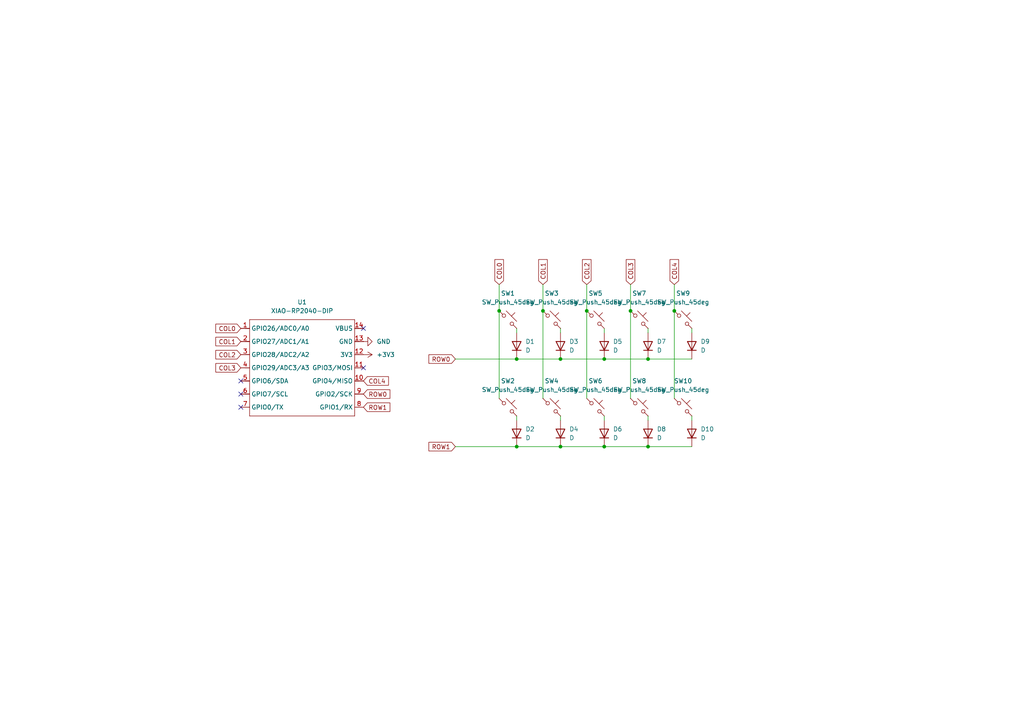
<source format=kicad_sch>
(kicad_sch
	(version 20231120)
	(generator "eeschema")
	(generator_version "8.0")
	(uuid "e4439b1f-dd06-4ea4-af31-0056df077be8")
	(paper "A4")
	(lib_symbols
		(symbol "Device:D"
			(pin_numbers hide)
			(pin_names
				(offset 1.016) hide)
			(exclude_from_sim no)
			(in_bom yes)
			(on_board yes)
			(property "Reference" "D"
				(at 0 2.54 0)
				(effects
					(font
						(size 1.27 1.27)
					)
				)
			)
			(property "Value" "D"
				(at 0 -2.54 0)
				(effects
					(font
						(size 1.27 1.27)
					)
				)
			)
			(property "Footprint" ""
				(at 0 0 0)
				(effects
					(font
						(size 1.27 1.27)
					)
					(hide yes)
				)
			)
			(property "Datasheet" "~"
				(at 0 0 0)
				(effects
					(font
						(size 1.27 1.27)
					)
					(hide yes)
				)
			)
			(property "Description" "Diode"
				(at 0 0 0)
				(effects
					(font
						(size 1.27 1.27)
					)
					(hide yes)
				)
			)
			(property "Sim.Device" "D"
				(at 0 0 0)
				(effects
					(font
						(size 1.27 1.27)
					)
					(hide yes)
				)
			)
			(property "Sim.Pins" "1=K 2=A"
				(at 0 0 0)
				(effects
					(font
						(size 1.27 1.27)
					)
					(hide yes)
				)
			)
			(property "ki_keywords" "diode"
				(at 0 0 0)
				(effects
					(font
						(size 1.27 1.27)
					)
					(hide yes)
				)
			)
			(property "ki_fp_filters" "TO-???* *_Diode_* *SingleDiode* D_*"
				(at 0 0 0)
				(effects
					(font
						(size 1.27 1.27)
					)
					(hide yes)
				)
			)
			(symbol "D_0_1"
				(polyline
					(pts
						(xy -1.27 1.27) (xy -1.27 -1.27)
					)
					(stroke
						(width 0.254)
						(type default)
					)
					(fill
						(type none)
					)
				)
				(polyline
					(pts
						(xy 1.27 0) (xy -1.27 0)
					)
					(stroke
						(width 0)
						(type default)
					)
					(fill
						(type none)
					)
				)
				(polyline
					(pts
						(xy 1.27 1.27) (xy 1.27 -1.27) (xy -1.27 0) (xy 1.27 1.27)
					)
					(stroke
						(width 0.254)
						(type default)
					)
					(fill
						(type none)
					)
				)
			)
			(symbol "D_1_1"
				(pin passive line
					(at -3.81 0 0)
					(length 2.54)
					(name "K"
						(effects
							(font
								(size 1.27 1.27)
							)
						)
					)
					(number "1"
						(effects
							(font
								(size 1.27 1.27)
							)
						)
					)
				)
				(pin passive line
					(at 3.81 0 180)
					(length 2.54)
					(name "A"
						(effects
							(font
								(size 1.27 1.27)
							)
						)
					)
					(number "2"
						(effects
							(font
								(size 1.27 1.27)
							)
						)
					)
				)
			)
		)
		(symbol "OPL:XIAO-RP2040-DIP"
			(exclude_from_sim no)
			(in_bom yes)
			(on_board yes)
			(property "Reference" "U"
				(at 0 0 0)
				(effects
					(font
						(size 1.27 1.27)
					)
				)
			)
			(property "Value" "XIAO-RP2040-DIP"
				(at 5.334 -1.778 0)
				(effects
					(font
						(size 1.27 1.27)
					)
				)
			)
			(property "Footprint" "Module:MOUDLE14P-XIAO-DIP-SMD"
				(at 14.478 -32.258 0)
				(effects
					(font
						(size 1.27 1.27)
					)
					(hide yes)
				)
			)
			(property "Datasheet" ""
				(at 0 0 0)
				(effects
					(font
						(size 1.27 1.27)
					)
					(hide yes)
				)
			)
			(property "Description" ""
				(at 0 0 0)
				(effects
					(font
						(size 1.27 1.27)
					)
					(hide yes)
				)
			)
			(symbol "XIAO-RP2040-DIP_1_0"
				(polyline
					(pts
						(xy -1.27 -30.48) (xy -1.27 -16.51)
					)
					(stroke
						(width 0.1524)
						(type solid)
					)
					(fill
						(type none)
					)
				)
				(polyline
					(pts
						(xy -1.27 -27.94) (xy -2.54 -27.94)
					)
					(stroke
						(width 0.1524)
						(type solid)
					)
					(fill
						(type none)
					)
				)
				(polyline
					(pts
						(xy -1.27 -24.13) (xy -2.54 -24.13)
					)
					(stroke
						(width 0.1524)
						(type solid)
					)
					(fill
						(type none)
					)
				)
				(polyline
					(pts
						(xy -1.27 -20.32) (xy -2.54 -20.32)
					)
					(stroke
						(width 0.1524)
						(type solid)
					)
					(fill
						(type none)
					)
				)
				(polyline
					(pts
						(xy -1.27 -16.51) (xy -2.54 -16.51)
					)
					(stroke
						(width 0.1524)
						(type solid)
					)
					(fill
						(type none)
					)
				)
				(polyline
					(pts
						(xy -1.27 -16.51) (xy -1.27 -12.7)
					)
					(stroke
						(width 0.1524)
						(type solid)
					)
					(fill
						(type none)
					)
				)
				(polyline
					(pts
						(xy -1.27 -12.7) (xy -2.54 -12.7)
					)
					(stroke
						(width 0.1524)
						(type solid)
					)
					(fill
						(type none)
					)
				)
				(polyline
					(pts
						(xy -1.27 -12.7) (xy -1.27 -8.89)
					)
					(stroke
						(width 0.1524)
						(type solid)
					)
					(fill
						(type none)
					)
				)
				(polyline
					(pts
						(xy -1.27 -8.89) (xy -2.54 -8.89)
					)
					(stroke
						(width 0.1524)
						(type solid)
					)
					(fill
						(type none)
					)
				)
				(polyline
					(pts
						(xy -1.27 -8.89) (xy -1.27 -5.08)
					)
					(stroke
						(width 0.1524)
						(type solid)
					)
					(fill
						(type none)
					)
				)
				(polyline
					(pts
						(xy -1.27 -5.08) (xy -2.54 -5.08)
					)
					(stroke
						(width 0.1524)
						(type solid)
					)
					(fill
						(type none)
					)
				)
				(polyline
					(pts
						(xy -1.27 -5.08) (xy -1.27 -2.54)
					)
					(stroke
						(width 0.1524)
						(type solid)
					)
					(fill
						(type none)
					)
				)
				(polyline
					(pts
						(xy -1.27 -2.54) (xy 29.21 -2.54)
					)
					(stroke
						(width 0.1524)
						(type solid)
					)
					(fill
						(type none)
					)
				)
				(polyline
					(pts
						(xy 29.21 -30.48) (xy -1.27 -30.48)
					)
					(stroke
						(width 0.1524)
						(type solid)
					)
					(fill
						(type none)
					)
				)
				(polyline
					(pts
						(xy 29.21 -12.7) (xy 29.21 -30.48)
					)
					(stroke
						(width 0.1524)
						(type solid)
					)
					(fill
						(type none)
					)
				)
				(polyline
					(pts
						(xy 29.21 -8.89) (xy 29.21 -12.7)
					)
					(stroke
						(width 0.1524)
						(type solid)
					)
					(fill
						(type none)
					)
				)
				(polyline
					(pts
						(xy 29.21 -5.08) (xy 29.21 -8.89)
					)
					(stroke
						(width 0.1524)
						(type solid)
					)
					(fill
						(type none)
					)
				)
				(polyline
					(pts
						(xy 29.21 -2.54) (xy 29.21 -5.08)
					)
					(stroke
						(width 0.1524)
						(type solid)
					)
					(fill
						(type none)
					)
				)
				(polyline
					(pts
						(xy 30.48 -27.94) (xy 29.21 -27.94)
					)
					(stroke
						(width 0.1524)
						(type solid)
					)
					(fill
						(type none)
					)
				)
				(polyline
					(pts
						(xy 30.48 -24.13) (xy 29.21 -24.13)
					)
					(stroke
						(width 0.1524)
						(type solid)
					)
					(fill
						(type none)
					)
				)
				(polyline
					(pts
						(xy 30.48 -20.32) (xy 29.21 -20.32)
					)
					(stroke
						(width 0.1524)
						(type solid)
					)
					(fill
						(type none)
					)
				)
				(polyline
					(pts
						(xy 30.48 -16.51) (xy 29.21 -16.51)
					)
					(stroke
						(width 0.1524)
						(type solid)
					)
					(fill
						(type none)
					)
				)
				(polyline
					(pts
						(xy 30.48 -12.7) (xy 29.21 -12.7)
					)
					(stroke
						(width 0.1524)
						(type solid)
					)
					(fill
						(type none)
					)
				)
				(polyline
					(pts
						(xy 30.48 -8.89) (xy 29.21 -8.89)
					)
					(stroke
						(width 0.1524)
						(type solid)
					)
					(fill
						(type none)
					)
				)
				(polyline
					(pts
						(xy 30.48 -5.08) (xy 29.21 -5.08)
					)
					(stroke
						(width 0.1524)
						(type solid)
					)
					(fill
						(type none)
					)
				)
				(pin passive line
					(at -3.81 -5.08 0)
					(length 2.54)
					(name "GPIO26/ADC0/A0"
						(effects
							(font
								(size 1.27 1.27)
							)
						)
					)
					(number "1"
						(effects
							(font
								(size 1.27 1.27)
							)
						)
					)
				)
				(pin passive line
					(at 31.75 -20.32 180)
					(length 2.54)
					(name "GPIO4/MISO"
						(effects
							(font
								(size 1.27 1.27)
							)
						)
					)
					(number "10"
						(effects
							(font
								(size 1.27 1.27)
							)
						)
					)
				)
				(pin passive line
					(at 31.75 -16.51 180)
					(length 2.54)
					(name "GPIO3/MOSI"
						(effects
							(font
								(size 1.27 1.27)
							)
						)
					)
					(number "11"
						(effects
							(font
								(size 1.27 1.27)
							)
						)
					)
				)
				(pin passive line
					(at 31.75 -12.7 180)
					(length 2.54)
					(name "3V3"
						(effects
							(font
								(size 1.27 1.27)
							)
						)
					)
					(number "12"
						(effects
							(font
								(size 1.27 1.27)
							)
						)
					)
				)
				(pin passive line
					(at 31.75 -8.89 180)
					(length 2.54)
					(name "GND"
						(effects
							(font
								(size 1.27 1.27)
							)
						)
					)
					(number "13"
						(effects
							(font
								(size 1.27 1.27)
							)
						)
					)
				)
				(pin passive line
					(at 31.75 -5.08 180)
					(length 2.54)
					(name "VBUS"
						(effects
							(font
								(size 1.27 1.27)
							)
						)
					)
					(number "14"
						(effects
							(font
								(size 1.27 1.27)
							)
						)
					)
				)
				(pin passive line
					(at -3.81 -8.89 0)
					(length 2.54)
					(name "GPIO27/ADC1/A1"
						(effects
							(font
								(size 1.27 1.27)
							)
						)
					)
					(number "2"
						(effects
							(font
								(size 1.27 1.27)
							)
						)
					)
				)
				(pin passive line
					(at -3.81 -12.7 0)
					(length 2.54)
					(name "GPIO28/ADC2/A2"
						(effects
							(font
								(size 1.27 1.27)
							)
						)
					)
					(number "3"
						(effects
							(font
								(size 1.27 1.27)
							)
						)
					)
				)
				(pin passive line
					(at -3.81 -16.51 0)
					(length 2.54)
					(name "GPIO29/ADC3/A3"
						(effects
							(font
								(size 1.27 1.27)
							)
						)
					)
					(number "4"
						(effects
							(font
								(size 1.27 1.27)
							)
						)
					)
				)
				(pin passive line
					(at -3.81 -20.32 0)
					(length 2.54)
					(name "GPIO6/SDA"
						(effects
							(font
								(size 1.27 1.27)
							)
						)
					)
					(number "5"
						(effects
							(font
								(size 1.27 1.27)
							)
						)
					)
				)
				(pin passive line
					(at -3.81 -24.13 0)
					(length 2.54)
					(name "GPIO7/SCL"
						(effects
							(font
								(size 1.27 1.27)
							)
						)
					)
					(number "6"
						(effects
							(font
								(size 1.27 1.27)
							)
						)
					)
				)
				(pin passive line
					(at -3.81 -27.94 0)
					(length 2.54)
					(name "GPIO0/TX"
						(effects
							(font
								(size 1.27 1.27)
							)
						)
					)
					(number "7"
						(effects
							(font
								(size 1.27 1.27)
							)
						)
					)
				)
				(pin passive line
					(at 31.75 -27.94 180)
					(length 2.54)
					(name "GPIO1/RX"
						(effects
							(font
								(size 1.27 1.27)
							)
						)
					)
					(number "8"
						(effects
							(font
								(size 1.27 1.27)
							)
						)
					)
				)
				(pin passive line
					(at 31.75 -24.13 180)
					(length 2.54)
					(name "GPIO2/SCK"
						(effects
							(font
								(size 1.27 1.27)
							)
						)
					)
					(number "9"
						(effects
							(font
								(size 1.27 1.27)
							)
						)
					)
				)
			)
		)
		(symbol "Switch:SW_Push_45deg"
			(pin_numbers hide)
			(pin_names
				(offset 1.016) hide)
			(exclude_from_sim no)
			(in_bom yes)
			(on_board yes)
			(property "Reference" "SW"
				(at 3.048 1.016 0)
				(effects
					(font
						(size 1.27 1.27)
					)
					(justify left)
				)
			)
			(property "Value" "SW_Push_45deg"
				(at 0 -3.81 0)
				(effects
					(font
						(size 1.27 1.27)
					)
				)
			)
			(property "Footprint" ""
				(at 0 0 0)
				(effects
					(font
						(size 1.27 1.27)
					)
					(hide yes)
				)
			)
			(property "Datasheet" "~"
				(at 0 0 0)
				(effects
					(font
						(size 1.27 1.27)
					)
					(hide yes)
				)
			)
			(property "Description" "Push button switch, normally open, two pins, 45° tilted"
				(at 0 0 0)
				(effects
					(font
						(size 1.27 1.27)
					)
					(hide yes)
				)
			)
			(property "ki_keywords" "switch normally-open pushbutton push-button"
				(at 0 0 0)
				(effects
					(font
						(size 1.27 1.27)
					)
					(hide yes)
				)
			)
			(symbol "SW_Push_45deg_0_1"
				(circle
					(center -1.1684 1.1684)
					(radius 0.508)
					(stroke
						(width 0)
						(type default)
					)
					(fill
						(type none)
					)
				)
				(polyline
					(pts
						(xy -0.508 2.54) (xy 2.54 -0.508)
					)
					(stroke
						(width 0)
						(type default)
					)
					(fill
						(type none)
					)
				)
				(polyline
					(pts
						(xy 1.016 1.016) (xy 2.032 2.032)
					)
					(stroke
						(width 0)
						(type default)
					)
					(fill
						(type none)
					)
				)
				(polyline
					(pts
						(xy -2.54 2.54) (xy -1.524 1.524) (xy -1.524 1.524)
					)
					(stroke
						(width 0)
						(type default)
					)
					(fill
						(type none)
					)
				)
				(polyline
					(pts
						(xy 1.524 -1.524) (xy 2.54 -2.54) (xy 2.54 -2.54) (xy 2.54 -2.54)
					)
					(stroke
						(width 0)
						(type default)
					)
					(fill
						(type none)
					)
				)
				(circle
					(center 1.143 -1.1938)
					(radius 0.508)
					(stroke
						(width 0)
						(type default)
					)
					(fill
						(type none)
					)
				)
				(pin passive line
					(at -2.54 2.54 0)
					(length 0)
					(name "1"
						(effects
							(font
								(size 1.27 1.27)
							)
						)
					)
					(number "1"
						(effects
							(font
								(size 1.27 1.27)
							)
						)
					)
				)
				(pin passive line
					(at 2.54 -2.54 180)
					(length 0)
					(name "2"
						(effects
							(font
								(size 1.27 1.27)
							)
						)
					)
					(number "2"
						(effects
							(font
								(size 1.27 1.27)
							)
						)
					)
				)
			)
		)
		(symbol "power:+3V3"
			(power)
			(pin_numbers hide)
			(pin_names
				(offset 0) hide)
			(exclude_from_sim no)
			(in_bom yes)
			(on_board yes)
			(property "Reference" "#PWR"
				(at 0 -3.81 0)
				(effects
					(font
						(size 1.27 1.27)
					)
					(hide yes)
				)
			)
			(property "Value" "+3V3"
				(at 0 3.556 0)
				(effects
					(font
						(size 1.27 1.27)
					)
				)
			)
			(property "Footprint" ""
				(at 0 0 0)
				(effects
					(font
						(size 1.27 1.27)
					)
					(hide yes)
				)
			)
			(property "Datasheet" ""
				(at 0 0 0)
				(effects
					(font
						(size 1.27 1.27)
					)
					(hide yes)
				)
			)
			(property "Description" "Power symbol creates a global label with name \"+3V3\""
				(at 0 0 0)
				(effects
					(font
						(size 1.27 1.27)
					)
					(hide yes)
				)
			)
			(property "ki_keywords" "global power"
				(at 0 0 0)
				(effects
					(font
						(size 1.27 1.27)
					)
					(hide yes)
				)
			)
			(symbol "+3V3_0_1"
				(polyline
					(pts
						(xy -0.762 1.27) (xy 0 2.54)
					)
					(stroke
						(width 0)
						(type default)
					)
					(fill
						(type none)
					)
				)
				(polyline
					(pts
						(xy 0 0) (xy 0 2.54)
					)
					(stroke
						(width 0)
						(type default)
					)
					(fill
						(type none)
					)
				)
				(polyline
					(pts
						(xy 0 2.54) (xy 0.762 1.27)
					)
					(stroke
						(width 0)
						(type default)
					)
					(fill
						(type none)
					)
				)
			)
			(symbol "+3V3_1_1"
				(pin power_in line
					(at 0 0 90)
					(length 0)
					(name "~"
						(effects
							(font
								(size 1.27 1.27)
							)
						)
					)
					(number "1"
						(effects
							(font
								(size 1.27 1.27)
							)
						)
					)
				)
			)
		)
		(symbol "power:GND"
			(power)
			(pin_numbers hide)
			(pin_names
				(offset 0) hide)
			(exclude_from_sim no)
			(in_bom yes)
			(on_board yes)
			(property "Reference" "#PWR"
				(at 0 -6.35 0)
				(effects
					(font
						(size 1.27 1.27)
					)
					(hide yes)
				)
			)
			(property "Value" "GND"
				(at 0 -3.81 0)
				(effects
					(font
						(size 1.27 1.27)
					)
				)
			)
			(property "Footprint" ""
				(at 0 0 0)
				(effects
					(font
						(size 1.27 1.27)
					)
					(hide yes)
				)
			)
			(property "Datasheet" ""
				(at 0 0 0)
				(effects
					(font
						(size 1.27 1.27)
					)
					(hide yes)
				)
			)
			(property "Description" "Power symbol creates a global label with name \"GND\" , ground"
				(at 0 0 0)
				(effects
					(font
						(size 1.27 1.27)
					)
					(hide yes)
				)
			)
			(property "ki_keywords" "global power"
				(at 0 0 0)
				(effects
					(font
						(size 1.27 1.27)
					)
					(hide yes)
				)
			)
			(symbol "GND_0_1"
				(polyline
					(pts
						(xy 0 0) (xy 0 -1.27) (xy 1.27 -1.27) (xy 0 -2.54) (xy -1.27 -1.27) (xy 0 -1.27)
					)
					(stroke
						(width 0)
						(type default)
					)
					(fill
						(type none)
					)
				)
			)
			(symbol "GND_1_1"
				(pin power_in line
					(at 0 0 270)
					(length 0)
					(name "~"
						(effects
							(font
								(size 1.27 1.27)
							)
						)
					)
					(number "1"
						(effects
							(font
								(size 1.27 1.27)
							)
						)
					)
				)
			)
		)
	)
	(junction
		(at 149.86 104.14)
		(diameter 0)
		(color 0 0 0 0)
		(uuid "1ca3006e-8d74-42a5-9845-4e0d75880ab2")
	)
	(junction
		(at 149.86 129.54)
		(diameter 0)
		(color 0 0 0 0)
		(uuid "30e440bb-0ac3-4774-9159-2fc094623c76")
	)
	(junction
		(at 162.56 104.14)
		(diameter 0)
		(color 0 0 0 0)
		(uuid "36140895-24b5-4018-88a3-c9e04de71eb5")
	)
	(junction
		(at 144.78 90.17)
		(diameter 0)
		(color 0 0 0 0)
		(uuid "4a9d8565-d8a1-4764-8be0-eaf803449013")
	)
	(junction
		(at 162.56 129.54)
		(diameter 0)
		(color 0 0 0 0)
		(uuid "52ebae72-1f70-4ca1-abee-fe8329251f98")
	)
	(junction
		(at 182.88 90.17)
		(diameter 0)
		(color 0 0 0 0)
		(uuid "75a2ca31-3a74-49f4-9f6b-88852ce2ebcd")
	)
	(junction
		(at 157.48 90.17)
		(diameter 0)
		(color 0 0 0 0)
		(uuid "7b9a06e4-16ce-46de-988a-8d7f36018725")
	)
	(junction
		(at 175.26 129.54)
		(diameter 0)
		(color 0 0 0 0)
		(uuid "86e22903-4a6c-45c2-87f9-48a8e23a61f4")
	)
	(junction
		(at 195.58 90.17)
		(diameter 0)
		(color 0 0 0 0)
		(uuid "acd172a2-ba9f-490d-87fb-8afbc500c085")
	)
	(junction
		(at 187.96 104.14)
		(diameter 0)
		(color 0 0 0 0)
		(uuid "b23d6c58-2743-45fb-b0d6-c01e0e6f75ad")
	)
	(junction
		(at 170.18 90.17)
		(diameter 0)
		(color 0 0 0 0)
		(uuid "c013c133-7cc5-417c-95b0-0ced0bdad536")
	)
	(junction
		(at 175.26 104.14)
		(diameter 0)
		(color 0 0 0 0)
		(uuid "d9fa2e8b-9a8a-4a0e-bc1b-019646f84104")
	)
	(junction
		(at 187.96 129.54)
		(diameter 0)
		(color 0 0 0 0)
		(uuid "fae04b8b-27fe-4a81-bc1b-3f2c18d00aa3")
	)
	(no_connect
		(at 69.85 114.3)
		(uuid "0d4503fe-e949-4ce8-a837-f2a7f86c24d0")
	)
	(no_connect
		(at 105.41 106.68)
		(uuid "248c2c6f-b5bf-4a30-8516-5f7bdff28d8f")
	)
	(no_connect
		(at 105.41 95.25)
		(uuid "2f382a32-cbaf-4a9a-8468-fd2a8340bce4")
	)
	(no_connect
		(at 69.85 110.49)
		(uuid "43426b2f-d316-4f32-abac-9ebd396a0982")
	)
	(no_connect
		(at 69.85 118.11)
		(uuid "43497a47-4644-4bf1-a362-7ab13a87e7a3")
	)
	(wire
		(pts
			(xy 162.56 104.14) (xy 175.26 104.14)
		)
		(stroke
			(width 0)
			(type default)
		)
		(uuid "181c7651-57ea-4674-8d3f-4ed2d57f1822")
	)
	(wire
		(pts
			(xy 200.66 95.25) (xy 200.66 96.52)
		)
		(stroke
			(width 0)
			(type default)
		)
		(uuid "1e351c39-8fb2-41bd-9e4f-6e4061429bbe")
	)
	(wire
		(pts
			(xy 187.96 104.14) (xy 200.66 104.14)
		)
		(stroke
			(width 0)
			(type default)
		)
		(uuid "1effa0f3-57c1-45c5-97da-7304e5716fa1")
	)
	(wire
		(pts
			(xy 195.58 82.55) (xy 195.58 90.17)
		)
		(stroke
			(width 0)
			(type default)
		)
		(uuid "24757741-c043-4365-80d3-eabb70b8319d")
	)
	(wire
		(pts
			(xy 149.86 95.25) (xy 149.86 96.52)
		)
		(stroke
			(width 0)
			(type default)
		)
		(uuid "2c20face-aab3-4b12-9444-eb3aa0b2867c")
	)
	(wire
		(pts
			(xy 195.58 90.17) (xy 195.58 115.57)
		)
		(stroke
			(width 0)
			(type default)
		)
		(uuid "2e65428f-3d14-44f4-b73b-4aa9380b2739")
	)
	(wire
		(pts
			(xy 144.78 82.55) (xy 144.78 90.17)
		)
		(stroke
			(width 0)
			(type default)
		)
		(uuid "316b1807-073c-4aa6-bcdd-9f8bea13550c")
	)
	(wire
		(pts
			(xy 144.78 90.17) (xy 144.78 115.57)
		)
		(stroke
			(width 0)
			(type default)
		)
		(uuid "394ebedd-03da-4ff0-8d9e-1098205208d8")
	)
	(wire
		(pts
			(xy 187.96 129.54) (xy 200.66 129.54)
		)
		(stroke
			(width 0)
			(type default)
		)
		(uuid "3d35c7c1-c5c5-4200-875a-9d1cf483ea8c")
	)
	(wire
		(pts
			(xy 149.86 104.14) (xy 162.56 104.14)
		)
		(stroke
			(width 0)
			(type default)
		)
		(uuid "4e9a33b9-c99e-4b2a-b420-cb7f58483593")
	)
	(wire
		(pts
			(xy 162.56 129.54) (xy 175.26 129.54)
		)
		(stroke
			(width 0)
			(type default)
		)
		(uuid "50050c5d-d729-4f19-8ffd-985c8ae2c406")
	)
	(wire
		(pts
			(xy 175.26 120.65) (xy 175.26 121.92)
		)
		(stroke
			(width 0)
			(type default)
		)
		(uuid "5de39e6b-2f4c-4d1a-8ab6-f7464f454396")
	)
	(wire
		(pts
			(xy 157.48 82.55) (xy 157.48 90.17)
		)
		(stroke
			(width 0)
			(type default)
		)
		(uuid "604d1561-fb9f-4d57-a3dc-4e36c3ca45d9")
	)
	(wire
		(pts
			(xy 187.96 120.65) (xy 187.96 121.92)
		)
		(stroke
			(width 0)
			(type default)
		)
		(uuid "6b5f743b-1266-4487-ae2c-9edc3036e683")
	)
	(wire
		(pts
			(xy 187.96 95.25) (xy 187.96 96.52)
		)
		(stroke
			(width 0)
			(type default)
		)
		(uuid "6c03c32b-d2b0-47e1-8938-27309e1b8a65")
	)
	(wire
		(pts
			(xy 170.18 90.17) (xy 170.18 115.57)
		)
		(stroke
			(width 0)
			(type default)
		)
		(uuid "77108031-5ed6-4ce1-a782-15d846da6479")
	)
	(wire
		(pts
			(xy 175.26 104.14) (xy 187.96 104.14)
		)
		(stroke
			(width 0)
			(type default)
		)
		(uuid "82e01cf2-63cc-4732-8fb1-157ca1c915a4")
	)
	(wire
		(pts
			(xy 175.26 129.54) (xy 187.96 129.54)
		)
		(stroke
			(width 0)
			(type default)
		)
		(uuid "90f0f5ed-1a78-47fc-b1b3-06fe09266020")
	)
	(wire
		(pts
			(xy 200.66 120.65) (xy 200.66 121.92)
		)
		(stroke
			(width 0)
			(type default)
		)
		(uuid "a4781696-2ddb-42ca-bdee-06ff193fc464")
	)
	(wire
		(pts
			(xy 162.56 120.65) (xy 162.56 121.92)
		)
		(stroke
			(width 0)
			(type default)
		)
		(uuid "aedb481b-1fec-4f9d-a582-a0cad56e3471")
	)
	(wire
		(pts
			(xy 182.88 82.55) (xy 182.88 90.17)
		)
		(stroke
			(width 0)
			(type default)
		)
		(uuid "b4f0ba98-9346-4ee6-9e63-e0452ce0bc2e")
	)
	(wire
		(pts
			(xy 149.86 120.65) (xy 149.86 121.92)
		)
		(stroke
			(width 0)
			(type default)
		)
		(uuid "b657a1c2-5683-4f8d-a509-011495e5b061")
	)
	(wire
		(pts
			(xy 132.08 129.54) (xy 149.86 129.54)
		)
		(stroke
			(width 0)
			(type default)
		)
		(uuid "d8cd302c-7c63-4016-9746-4ab8a1183053")
	)
	(wire
		(pts
			(xy 132.08 104.14) (xy 149.86 104.14)
		)
		(stroke
			(width 0)
			(type default)
		)
		(uuid "e1d24e39-b0f5-4b82-a375-707e964b32fd")
	)
	(wire
		(pts
			(xy 157.48 90.17) (xy 157.48 115.57)
		)
		(stroke
			(width 0)
			(type default)
		)
		(uuid "e784dd94-969f-4660-8841-a04dd5328976")
	)
	(wire
		(pts
			(xy 175.26 95.25) (xy 175.26 96.52)
		)
		(stroke
			(width 0)
			(type default)
		)
		(uuid "ed4d7594-0ecf-4c5a-8e3a-2fe7193bded7")
	)
	(wire
		(pts
			(xy 162.56 95.25) (xy 162.56 96.52)
		)
		(stroke
			(width 0)
			(type default)
		)
		(uuid "f018fb14-f74f-498e-93fc-f33aea2afccd")
	)
	(wire
		(pts
			(xy 149.86 129.54) (xy 162.56 129.54)
		)
		(stroke
			(width 0)
			(type default)
		)
		(uuid "f7370f00-2704-4003-abf8-a5950e1e4bb0")
	)
	(wire
		(pts
			(xy 170.18 82.55) (xy 170.18 90.17)
		)
		(stroke
			(width 0)
			(type default)
		)
		(uuid "fbe8b88e-6d90-475c-a540-b2fbce55c2b6")
	)
	(wire
		(pts
			(xy 182.88 90.17) (xy 182.88 115.57)
		)
		(stroke
			(width 0)
			(type default)
		)
		(uuid "fdc21925-5b4f-47f7-bf88-6da5510c5ace")
	)
	(global_label "COL2"
		(shape input)
		(at 170.18 82.55 90)
		(fields_autoplaced yes)
		(effects
			(font
				(size 1.27 1.27)
			)
			(justify left)
		)
		(uuid "20b71980-f87c-4308-b35b-9dcdfd880890")
		(property "Intersheetrefs" "${INTERSHEET_REFS}"
			(at 170.18 74.7267 90)
			(effects
				(font
					(size 1.27 1.27)
				)
				(justify left)
				(hide yes)
			)
		)
	)
	(global_label "COL2"
		(shape input)
		(at 69.85 102.87 180)
		(fields_autoplaced yes)
		(effects
			(font
				(size 1.27 1.27)
			)
			(justify right)
		)
		(uuid "6010a730-effc-4fa0-9aab-257207bb7a18")
		(property "Intersheetrefs" "${INTERSHEET_REFS}"
			(at 62.0267 102.87 0)
			(effects
				(font
					(size 1.27 1.27)
				)
				(justify right)
				(hide yes)
			)
		)
	)
	(global_label "COL4"
		(shape input)
		(at 195.58 82.55 90)
		(fields_autoplaced yes)
		(effects
			(font
				(size 1.27 1.27)
			)
			(justify left)
		)
		(uuid "6d18aebc-5088-46d1-a480-e3c13c72a185")
		(property "Intersheetrefs" "${INTERSHEET_REFS}"
			(at 195.58 74.7267 90)
			(effects
				(font
					(size 1.27 1.27)
				)
				(justify left)
				(hide yes)
			)
		)
	)
	(global_label "COL0"
		(shape input)
		(at 69.85 95.25 180)
		(fields_autoplaced yes)
		(effects
			(font
				(size 1.27 1.27)
			)
			(justify right)
		)
		(uuid "7bf1d837-ea8f-4158-b428-384d7ffd8342")
		(property "Intersheetrefs" "${INTERSHEET_REFS}"
			(at 62.0267 95.25 0)
			(effects
				(font
					(size 1.27 1.27)
				)
				(justify right)
				(hide yes)
			)
		)
	)
	(global_label "COL1"
		(shape input)
		(at 157.48 82.55 90)
		(fields_autoplaced yes)
		(effects
			(font
				(size 1.27 1.27)
			)
			(justify left)
		)
		(uuid "848eaf2f-23be-488d-8a38-443719c4f4df")
		(property "Intersheetrefs" "${INTERSHEET_REFS}"
			(at 157.48 74.7267 90)
			(effects
				(font
					(size 1.27 1.27)
				)
				(justify left)
				(hide yes)
			)
		)
	)
	(global_label "COL3"
		(shape input)
		(at 182.88 82.55 90)
		(fields_autoplaced yes)
		(effects
			(font
				(size 1.27 1.27)
			)
			(justify left)
		)
		(uuid "87aedc76-d754-41d5-a884-025fecdc9721")
		(property "Intersheetrefs" "${INTERSHEET_REFS}"
			(at 182.88 74.7267 90)
			(effects
				(font
					(size 1.27 1.27)
				)
				(justify left)
				(hide yes)
			)
		)
	)
	(global_label "COL3"
		(shape input)
		(at 69.85 106.68 180)
		(fields_autoplaced yes)
		(effects
			(font
				(size 1.27 1.27)
			)
			(justify right)
		)
		(uuid "9310d168-ffe9-4b7c-8b37-54feb31ad31f")
		(property "Intersheetrefs" "${INTERSHEET_REFS}"
			(at 62.0267 106.68 0)
			(effects
				(font
					(size 1.27 1.27)
				)
				(justify right)
				(hide yes)
			)
		)
	)
	(global_label "ROW1"
		(shape input)
		(at 132.08 129.54 180)
		(fields_autoplaced yes)
		(effects
			(font
				(size 1.27 1.27)
			)
			(justify right)
		)
		(uuid "97574ca2-7a3b-4069-8ea9-9f9c5354a2db")
		(property "Intersheetrefs" "${INTERSHEET_REFS}"
			(at 123.8334 129.54 0)
			(effects
				(font
					(size 1.27 1.27)
				)
				(justify right)
				(hide yes)
			)
		)
	)
	(global_label "ROW0"
		(shape input)
		(at 105.41 114.3 0)
		(fields_autoplaced yes)
		(effects
			(font
				(size 1.27 1.27)
			)
			(justify left)
		)
		(uuid "9eb16f8a-a69e-4eec-86c3-cb579c1a146f")
		(property "Intersheetrefs" "${INTERSHEET_REFS}"
			(at 113.6566 114.3 0)
			(effects
				(font
					(size 1.27 1.27)
				)
				(justify left)
				(hide yes)
			)
		)
	)
	(global_label "COL0"
		(shape input)
		(at 144.78 82.55 90)
		(fields_autoplaced yes)
		(effects
			(font
				(size 1.27 1.27)
			)
			(justify left)
		)
		(uuid "b7759714-c535-479b-b9e0-3d3e225474ed")
		(property "Intersheetrefs" "${INTERSHEET_REFS}"
			(at 144.78 74.7267 90)
			(effects
				(font
					(size 1.27 1.27)
				)
				(justify left)
				(hide yes)
			)
		)
	)
	(global_label "COL4"
		(shape input)
		(at 105.41 110.49 0)
		(fields_autoplaced yes)
		(effects
			(font
				(size 1.27 1.27)
			)
			(justify left)
		)
		(uuid "b95ef09e-423c-48ba-8f0d-e046150d2a60")
		(property "Intersheetrefs" "${INTERSHEET_REFS}"
			(at 113.2333 110.49 0)
			(effects
				(font
					(size 1.27 1.27)
				)
				(justify left)
				(hide yes)
			)
		)
	)
	(global_label "ROW1"
		(shape input)
		(at 105.41 118.11 0)
		(fields_autoplaced yes)
		(effects
			(font
				(size 1.27 1.27)
			)
			(justify left)
		)
		(uuid "c1b58a16-39aa-42ff-9d32-50cae1fa365c")
		(property "Intersheetrefs" "${INTERSHEET_REFS}"
			(at 113.6566 118.11 0)
			(effects
				(font
					(size 1.27 1.27)
				)
				(justify left)
				(hide yes)
			)
		)
	)
	(global_label "ROW0"
		(shape input)
		(at 132.08 104.14 180)
		(fields_autoplaced yes)
		(effects
			(font
				(size 1.27 1.27)
			)
			(justify right)
		)
		(uuid "e8a4969a-4330-4bbe-8260-d8e9a49fac9e")
		(property "Intersheetrefs" "${INTERSHEET_REFS}"
			(at 123.8334 104.14 0)
			(effects
				(font
					(size 1.27 1.27)
				)
				(justify right)
				(hide yes)
			)
		)
	)
	(global_label "COL1"
		(shape input)
		(at 69.85 99.06 180)
		(fields_autoplaced yes)
		(effects
			(font
				(size 1.27 1.27)
			)
			(justify right)
		)
		(uuid "f498ee5e-e496-49eb-b2d7-7ab2c513c67b")
		(property "Intersheetrefs" "${INTERSHEET_REFS}"
			(at 62.0267 99.06 0)
			(effects
				(font
					(size 1.27 1.27)
				)
				(justify right)
				(hide yes)
			)
		)
	)
	(symbol
		(lib_id "power:+3V3")
		(at 105.41 102.87 270)
		(unit 1)
		(exclude_from_sim no)
		(in_bom yes)
		(on_board yes)
		(dnp no)
		(fields_autoplaced yes)
		(uuid "04c2d5a4-7a76-4778-b365-d9d7e0b4031d")
		(property "Reference" "#PWR02"
			(at 101.6 102.87 0)
			(effects
				(font
					(size 1.27 1.27)
				)
				(hide yes)
			)
		)
		(property "Value" "+3V3"
			(at 109.22 102.8699 90)
			(effects
				(font
					(size 1.27 1.27)
				)
				(justify left)
			)
		)
		(property "Footprint" ""
			(at 105.41 102.87 0)
			(effects
				(font
					(size 1.27 1.27)
				)
				(hide yes)
			)
		)
		(property "Datasheet" ""
			(at 105.41 102.87 0)
			(effects
				(font
					(size 1.27 1.27)
				)
				(hide yes)
			)
		)
		(property "Description" "Power symbol creates a global label with name \"+3V3\""
			(at 105.41 102.87 0)
			(effects
				(font
					(size 1.27 1.27)
				)
				(hide yes)
			)
		)
		(pin "1"
			(uuid "051b06ff-4234-4b9e-b958-ceb640e69304")
		)
		(instances
			(project "hackpad2"
				(path "/e4439b1f-dd06-4ea4-af31-0056df077be8"
					(reference "#PWR02")
					(unit 1)
				)
			)
		)
	)
	(symbol
		(lib_id "Device:D")
		(at 175.26 100.33 90)
		(unit 1)
		(exclude_from_sim no)
		(in_bom yes)
		(on_board yes)
		(dnp no)
		(fields_autoplaced yes)
		(uuid "0babb749-2016-4292-88d5-089aeb39dfca")
		(property "Reference" "D5"
			(at 177.8 99.0599 90)
			(effects
				(font
					(size 1.27 1.27)
				)
				(justify right)
			)
		)
		(property "Value" "D"
			(at 177.8 101.5999 90)
			(effects
				(font
					(size 1.27 1.27)
				)
				(justify right)
			)
		)
		(property "Footprint" "Diode_THT:D_DO-35_SOD27_P7.62mm_Horizontal"
			(at 175.26 100.33 0)
			(effects
				(font
					(size 1.27 1.27)
				)
				(hide yes)
			)
		)
		(property "Datasheet" "~"
			(at 175.26 100.33 0)
			(effects
				(font
					(size 1.27 1.27)
				)
				(hide yes)
			)
		)
		(property "Description" "Diode"
			(at 175.26 100.33 0)
			(effects
				(font
					(size 1.27 1.27)
				)
				(hide yes)
			)
		)
		(property "Sim.Device" "D"
			(at 175.26 100.33 0)
			(effects
				(font
					(size 1.27 1.27)
				)
				(hide yes)
			)
		)
		(property "Sim.Pins" "1=K 2=A"
			(at 175.26 100.33 0)
			(effects
				(font
					(size 1.27 1.27)
				)
				(hide yes)
			)
		)
		(pin "2"
			(uuid "dae9fbb1-15c3-4e19-be24-6ee7aab70831")
		)
		(pin "1"
			(uuid "d3910417-0ca6-4e4a-9843-e4a18fe777d7")
		)
		(instances
			(project "hackpad2"
				(path "/e4439b1f-dd06-4ea4-af31-0056df077be8"
					(reference "D5")
					(unit 1)
				)
			)
		)
	)
	(symbol
		(lib_id "power:GND")
		(at 105.41 99.06 90)
		(unit 1)
		(exclude_from_sim no)
		(in_bom yes)
		(on_board yes)
		(dnp no)
		(fields_autoplaced yes)
		(uuid "2249b215-d5ef-48be-9699-6ba14822fe7d")
		(property "Reference" "#PWR01"
			(at 111.76 99.06 0)
			(effects
				(font
					(size 1.27 1.27)
				)
				(hide yes)
			)
		)
		(property "Value" "GND"
			(at 109.22 99.0599 90)
			(effects
				(font
					(size 1.27 1.27)
				)
				(justify right)
			)
		)
		(property "Footprint" ""
			(at 105.41 99.06 0)
			(effects
				(font
					(size 1.27 1.27)
				)
				(hide yes)
			)
		)
		(property "Datasheet" ""
			(at 105.41 99.06 0)
			(effects
				(font
					(size 1.27 1.27)
				)
				(hide yes)
			)
		)
		(property "Description" "Power symbol creates a global label with name \"GND\" , ground"
			(at 105.41 99.06 0)
			(effects
				(font
					(size 1.27 1.27)
				)
				(hide yes)
			)
		)
		(pin "1"
			(uuid "d16f9d43-b7b9-4153-8821-080754d71701")
		)
		(instances
			(project "hackpad2"
				(path "/e4439b1f-dd06-4ea4-af31-0056df077be8"
					(reference "#PWR01")
					(unit 1)
				)
			)
		)
	)
	(symbol
		(lib_id "Device:D")
		(at 162.56 100.33 90)
		(unit 1)
		(exclude_from_sim no)
		(in_bom yes)
		(on_board yes)
		(dnp no)
		(fields_autoplaced yes)
		(uuid "247de933-1dfd-49eb-a32c-44b0f0d70123")
		(property "Reference" "D3"
			(at 165.1 99.0599 90)
			(effects
				(font
					(size 1.27 1.27)
				)
				(justify right)
			)
		)
		(property "Value" "D"
			(at 165.1 101.5999 90)
			(effects
				(font
					(size 1.27 1.27)
				)
				(justify right)
			)
		)
		(property "Footprint" "Diode_THT:D_DO-35_SOD27_P7.62mm_Horizontal"
			(at 162.56 100.33 0)
			(effects
				(font
					(size 1.27 1.27)
				)
				(hide yes)
			)
		)
		(property "Datasheet" "~"
			(at 162.56 100.33 0)
			(effects
				(font
					(size 1.27 1.27)
				)
				(hide yes)
			)
		)
		(property "Description" "Diode"
			(at 162.56 100.33 0)
			(effects
				(font
					(size 1.27 1.27)
				)
				(hide yes)
			)
		)
		(property "Sim.Device" "D"
			(at 162.56 100.33 0)
			(effects
				(font
					(size 1.27 1.27)
				)
				(hide yes)
			)
		)
		(property "Sim.Pins" "1=K 2=A"
			(at 162.56 100.33 0)
			(effects
				(font
					(size 1.27 1.27)
				)
				(hide yes)
			)
		)
		(pin "2"
			(uuid "a98d1771-1894-4fe4-a428-2605828a0a5b")
		)
		(pin "1"
			(uuid "438bafd7-1be8-4564-935c-89319ffcfd47")
		)
		(instances
			(project "hackpad2"
				(path "/e4439b1f-dd06-4ea4-af31-0056df077be8"
					(reference "D3")
					(unit 1)
				)
			)
		)
	)
	(symbol
		(lib_id "Switch:SW_Push_45deg")
		(at 172.72 118.11 0)
		(unit 1)
		(exclude_from_sim no)
		(in_bom yes)
		(on_board yes)
		(dnp no)
		(fields_autoplaced yes)
		(uuid "2f4501fb-7efc-407f-932a-863eae48f5ab")
		(property "Reference" "SW6"
			(at 172.72 110.49 0)
			(effects
				(font
					(size 1.27 1.27)
				)
			)
		)
		(property "Value" "SW_Push_45deg"
			(at 172.72 113.03 0)
			(effects
				(font
					(size 1.27 1.27)
				)
			)
		)
		(property "Footprint" "Button_Switch_Keyboard:SW_Cherry_MX_1.00u_PCB"
			(at 172.72 118.11 0)
			(effects
				(font
					(size 1.27 1.27)
				)
				(hide yes)
			)
		)
		(property "Datasheet" "~"
			(at 172.72 118.11 0)
			(effects
				(font
					(size 1.27 1.27)
				)
				(hide yes)
			)
		)
		(property "Description" "Push button switch, normally open, two pins, 45° tilted"
			(at 172.72 118.11 0)
			(effects
				(font
					(size 1.27 1.27)
				)
				(hide yes)
			)
		)
		(pin "1"
			(uuid "7e02641e-006b-4408-b310-b78eff7ff908")
		)
		(pin "2"
			(uuid "0cd0d57a-ad9c-4b8e-b900-50c165d67753")
		)
		(instances
			(project "hackpad2"
				(path "/e4439b1f-dd06-4ea4-af31-0056df077be8"
					(reference "SW6")
					(unit 1)
				)
			)
		)
	)
	(symbol
		(lib_id "Device:D")
		(at 175.26 125.73 90)
		(unit 1)
		(exclude_from_sim no)
		(in_bom yes)
		(on_board yes)
		(dnp no)
		(fields_autoplaced yes)
		(uuid "4996e9e7-e9e2-42c3-b48b-ca99f194ed9e")
		(property "Reference" "D6"
			(at 177.8 124.4599 90)
			(effects
				(font
					(size 1.27 1.27)
				)
				(justify right)
			)
		)
		(property "Value" "D"
			(at 177.8 126.9999 90)
			(effects
				(font
					(size 1.27 1.27)
				)
				(justify right)
			)
		)
		(property "Footprint" "Diode_THT:D_DO-35_SOD27_P7.62mm_Horizontal"
			(at 175.26 125.73 0)
			(effects
				(font
					(size 1.27 1.27)
				)
				(hide yes)
			)
		)
		(property "Datasheet" "~"
			(at 175.26 125.73 0)
			(effects
				(font
					(size 1.27 1.27)
				)
				(hide yes)
			)
		)
		(property "Description" "Diode"
			(at 175.26 125.73 0)
			(effects
				(font
					(size 1.27 1.27)
				)
				(hide yes)
			)
		)
		(property "Sim.Device" "D"
			(at 175.26 125.73 0)
			(effects
				(font
					(size 1.27 1.27)
				)
				(hide yes)
			)
		)
		(property "Sim.Pins" "1=K 2=A"
			(at 175.26 125.73 0)
			(effects
				(font
					(size 1.27 1.27)
				)
				(hide yes)
			)
		)
		(pin "2"
			(uuid "f008ca69-cdd4-4f56-83d4-cd9f08134540")
		)
		(pin "1"
			(uuid "9e9c9ab3-83d5-4252-99f7-c1ace6c28636")
		)
		(instances
			(project "hackpad2"
				(path "/e4439b1f-dd06-4ea4-af31-0056df077be8"
					(reference "D6")
					(unit 1)
				)
			)
		)
	)
	(symbol
		(lib_id "Device:D")
		(at 200.66 100.33 90)
		(unit 1)
		(exclude_from_sim no)
		(in_bom yes)
		(on_board yes)
		(dnp no)
		(fields_autoplaced yes)
		(uuid "54a127c7-25be-492a-8a33-67f933cd53d3")
		(property "Reference" "D9"
			(at 203.2 99.0599 90)
			(effects
				(font
					(size 1.27 1.27)
				)
				(justify right)
			)
		)
		(property "Value" "D"
			(at 203.2 101.5999 90)
			(effects
				(font
					(size 1.27 1.27)
				)
				(justify right)
			)
		)
		(property "Footprint" "Diode_THT:D_DO-35_SOD27_P7.62mm_Horizontal"
			(at 200.66 100.33 0)
			(effects
				(font
					(size 1.27 1.27)
				)
				(hide yes)
			)
		)
		(property "Datasheet" "~"
			(at 200.66 100.33 0)
			(effects
				(font
					(size 1.27 1.27)
				)
				(hide yes)
			)
		)
		(property "Description" "Diode"
			(at 200.66 100.33 0)
			(effects
				(font
					(size 1.27 1.27)
				)
				(hide yes)
			)
		)
		(property "Sim.Device" "D"
			(at 200.66 100.33 0)
			(effects
				(font
					(size 1.27 1.27)
				)
				(hide yes)
			)
		)
		(property "Sim.Pins" "1=K 2=A"
			(at 200.66 100.33 0)
			(effects
				(font
					(size 1.27 1.27)
				)
				(hide yes)
			)
		)
		(pin "2"
			(uuid "edc13e71-a99d-4070-a5c9-e4fecfc4e2a3")
		)
		(pin "1"
			(uuid "9621f125-6687-4ad2-a184-0ce593395435")
		)
		(instances
			(project "hackpad2"
				(path "/e4439b1f-dd06-4ea4-af31-0056df077be8"
					(reference "D9")
					(unit 1)
				)
			)
		)
	)
	(symbol
		(lib_id "Switch:SW_Push_45deg")
		(at 185.42 92.71 0)
		(unit 1)
		(exclude_from_sim no)
		(in_bom yes)
		(on_board yes)
		(dnp no)
		(fields_autoplaced yes)
		(uuid "6bd4d520-d309-4c2f-8fda-16474bcd13f7")
		(property "Reference" "SW7"
			(at 185.42 85.09 0)
			(effects
				(font
					(size 1.27 1.27)
				)
			)
		)
		(property "Value" "SW_Push_45deg"
			(at 185.42 87.63 0)
			(effects
				(font
					(size 1.27 1.27)
				)
			)
		)
		(property "Footprint" "Button_Switch_Keyboard:SW_Cherry_MX_1.00u_PCB"
			(at 185.42 92.71 0)
			(effects
				(font
					(size 1.27 1.27)
				)
				(hide yes)
			)
		)
		(property "Datasheet" "~"
			(at 185.42 92.71 0)
			(effects
				(font
					(size 1.27 1.27)
				)
				(hide yes)
			)
		)
		(property "Description" "Push button switch, normally open, two pins, 45° tilted"
			(at 185.42 92.71 0)
			(effects
				(font
					(size 1.27 1.27)
				)
				(hide yes)
			)
		)
		(pin "1"
			(uuid "0f18e233-6f7c-4836-a047-808ba4ab9d3a")
		)
		(pin "2"
			(uuid "e148c232-3e6b-4b24-a5a6-56f33b4bad56")
		)
		(instances
			(project "hackpad2"
				(path "/e4439b1f-dd06-4ea4-af31-0056df077be8"
					(reference "SW7")
					(unit 1)
				)
			)
		)
	)
	(symbol
		(lib_id "Device:D")
		(at 149.86 100.33 90)
		(unit 1)
		(exclude_from_sim no)
		(in_bom yes)
		(on_board yes)
		(dnp no)
		(fields_autoplaced yes)
		(uuid "74774102-8d1a-44f6-b55b-c286dbeb7ae0")
		(property "Reference" "D1"
			(at 152.4 99.0599 90)
			(effects
				(font
					(size 1.27 1.27)
				)
				(justify right)
			)
		)
		(property "Value" "D"
			(at 152.4 101.5999 90)
			(effects
				(font
					(size 1.27 1.27)
				)
				(justify right)
			)
		)
		(property "Footprint" "Diode_THT:D_DO-35_SOD27_P7.62mm_Horizontal"
			(at 149.86 100.33 0)
			(effects
				(font
					(size 1.27 1.27)
				)
				(hide yes)
			)
		)
		(property "Datasheet" "~"
			(at 149.86 100.33 0)
			(effects
				(font
					(size 1.27 1.27)
				)
				(hide yes)
			)
		)
		(property "Description" "Diode"
			(at 149.86 100.33 0)
			(effects
				(font
					(size 1.27 1.27)
				)
				(hide yes)
			)
		)
		(property "Sim.Device" "D"
			(at 149.86 100.33 0)
			(effects
				(font
					(size 1.27 1.27)
				)
				(hide yes)
			)
		)
		(property "Sim.Pins" "1=K 2=A"
			(at 149.86 100.33 0)
			(effects
				(font
					(size 1.27 1.27)
				)
				(hide yes)
			)
		)
		(pin "2"
			(uuid "e6667e06-c77b-4d20-8086-49e69b2f4f9c")
		)
		(pin "1"
			(uuid "eda34210-4ede-481e-b9fa-79c9b4de66c8")
		)
		(instances
			(project "hackpad2"
				(path "/e4439b1f-dd06-4ea4-af31-0056df077be8"
					(reference "D1")
					(unit 1)
				)
			)
		)
	)
	(symbol
		(lib_id "Device:D")
		(at 187.96 125.73 90)
		(unit 1)
		(exclude_from_sim no)
		(in_bom yes)
		(on_board yes)
		(dnp no)
		(fields_autoplaced yes)
		(uuid "80184658-ff44-4fff-9d74-b396ddb4cadd")
		(property "Reference" "D8"
			(at 190.5 124.4599 90)
			(effects
				(font
					(size 1.27 1.27)
				)
				(justify right)
			)
		)
		(property "Value" "D"
			(at 190.5 126.9999 90)
			(effects
				(font
					(size 1.27 1.27)
				)
				(justify right)
			)
		)
		(property "Footprint" "Diode_THT:D_DO-35_SOD27_P7.62mm_Horizontal"
			(at 187.96 125.73 0)
			(effects
				(font
					(size 1.27 1.27)
				)
				(hide yes)
			)
		)
		(property "Datasheet" "~"
			(at 187.96 125.73 0)
			(effects
				(font
					(size 1.27 1.27)
				)
				(hide yes)
			)
		)
		(property "Description" "Diode"
			(at 187.96 125.73 0)
			(effects
				(font
					(size 1.27 1.27)
				)
				(hide yes)
			)
		)
		(property "Sim.Device" "D"
			(at 187.96 125.73 0)
			(effects
				(font
					(size 1.27 1.27)
				)
				(hide yes)
			)
		)
		(property "Sim.Pins" "1=K 2=A"
			(at 187.96 125.73 0)
			(effects
				(font
					(size 1.27 1.27)
				)
				(hide yes)
			)
		)
		(pin "2"
			(uuid "e41e2676-be12-4e03-9b7f-cd425c7fafcb")
		)
		(pin "1"
			(uuid "f0c31acc-ddea-4f80-ae6b-8c6cee617b83")
		)
		(instances
			(project "hackpad2"
				(path "/e4439b1f-dd06-4ea4-af31-0056df077be8"
					(reference "D8")
					(unit 1)
				)
			)
		)
	)
	(symbol
		(lib_id "Switch:SW_Push_45deg")
		(at 198.12 118.11 0)
		(unit 1)
		(exclude_from_sim no)
		(in_bom yes)
		(on_board yes)
		(dnp no)
		(fields_autoplaced yes)
		(uuid "8dfd61aa-e4ec-46cc-afcb-93482a2a3539")
		(property "Reference" "SW10"
			(at 198.12 110.49 0)
			(effects
				(font
					(size 1.27 1.27)
				)
			)
		)
		(property "Value" "SW_Push_45deg"
			(at 198.12 113.03 0)
			(effects
				(font
					(size 1.27 1.27)
				)
			)
		)
		(property "Footprint" "Button_Switch_Keyboard:SW_Cherry_MX_1.00u_PCB"
			(at 198.12 118.11 0)
			(effects
				(font
					(size 1.27 1.27)
				)
				(hide yes)
			)
		)
		(property "Datasheet" "~"
			(at 198.12 118.11 0)
			(effects
				(font
					(size 1.27 1.27)
				)
				(hide yes)
			)
		)
		(property "Description" "Push button switch, normally open, two pins, 45° tilted"
			(at 198.12 118.11 0)
			(effects
				(font
					(size 1.27 1.27)
				)
				(hide yes)
			)
		)
		(pin "1"
			(uuid "ec364484-a2a0-41b6-be8e-8b04cfb9c4c8")
		)
		(pin "2"
			(uuid "ac10dc75-9b6b-4773-ab5b-58f66419a997")
		)
		(instances
			(project "hackpad2"
				(path "/e4439b1f-dd06-4ea4-af31-0056df077be8"
					(reference "SW10")
					(unit 1)
				)
			)
		)
	)
	(symbol
		(lib_id "Switch:SW_Push_45deg")
		(at 185.42 118.11 0)
		(unit 1)
		(exclude_from_sim no)
		(in_bom yes)
		(on_board yes)
		(dnp no)
		(fields_autoplaced yes)
		(uuid "8e1000c1-6e85-4d09-95ed-1e40d7e44915")
		(property "Reference" "SW8"
			(at 185.42 110.49 0)
			(effects
				(font
					(size 1.27 1.27)
				)
			)
		)
		(property "Value" "SW_Push_45deg"
			(at 185.42 113.03 0)
			(effects
				(font
					(size 1.27 1.27)
				)
			)
		)
		(property "Footprint" "Button_Switch_Keyboard:SW_Cherry_MX_1.00u_PCB"
			(at 185.42 118.11 0)
			(effects
				(font
					(size 1.27 1.27)
				)
				(hide yes)
			)
		)
		(property "Datasheet" "~"
			(at 185.42 118.11 0)
			(effects
				(font
					(size 1.27 1.27)
				)
				(hide yes)
			)
		)
		(property "Description" "Push button switch, normally open, two pins, 45° tilted"
			(at 185.42 118.11 0)
			(effects
				(font
					(size 1.27 1.27)
				)
				(hide yes)
			)
		)
		(pin "1"
			(uuid "393b7532-b56f-468a-892a-4460253950dc")
		)
		(pin "2"
			(uuid "2e73dc24-d5d7-4201-912a-653db00fbdf1")
		)
		(instances
			(project "hackpad2"
				(path "/e4439b1f-dd06-4ea4-af31-0056df077be8"
					(reference "SW8")
					(unit 1)
				)
			)
		)
	)
	(symbol
		(lib_id "OPL:XIAO-RP2040-DIP")
		(at 73.66 90.17 0)
		(unit 1)
		(exclude_from_sim no)
		(in_bom yes)
		(on_board yes)
		(dnp no)
		(fields_autoplaced yes)
		(uuid "9220671c-6ae6-452c-9ed3-332c2696985c")
		(property "Reference" "U1"
			(at 87.63 87.63 0)
			(effects
				(font
					(size 1.27 1.27)
				)
			)
		)
		(property "Value" "XIAO-RP2040-DIP"
			(at 87.63 90.17 0)
			(effects
				(font
					(size 1.27 1.27)
				)
			)
		)
		(property "Footprint" "Seeed Studio XIAO Series Library:XIAO-RP2040-DIP"
			(at 88.138 122.428 0)
			(effects
				(font
					(size 1.27 1.27)
				)
				(hide yes)
			)
		)
		(property "Datasheet" ""
			(at 73.66 90.17 0)
			(effects
				(font
					(size 1.27 1.27)
				)
				(hide yes)
			)
		)
		(property "Description" ""
			(at 73.66 90.17 0)
			(effects
				(font
					(size 1.27 1.27)
				)
				(hide yes)
			)
		)
		(pin "6"
			(uuid "385179d3-0b03-4309-92dd-c6bbcfaf683b")
		)
		(pin "5"
			(uuid "8bfc9d37-dd05-428a-909b-be6b139c21cc")
		)
		(pin "13"
			(uuid "83acc3a7-db76-417a-9547-365adb39f94e")
		)
		(pin "11"
			(uuid "e0882749-4f4c-42c5-9ae1-76638c4adde8")
		)
		(pin "9"
			(uuid "180b1cea-f2f8-4d83-bd72-733b0e80e192")
		)
		(pin "8"
			(uuid "7d5e432b-0d80-4e82-a5db-aa9e45d8769d")
		)
		(pin "12"
			(uuid "3c1105d5-42b3-4aac-8926-d4b7218392c8")
		)
		(pin "2"
			(uuid "c789152e-5093-450c-bc63-9486f6651072")
		)
		(pin "7"
			(uuid "0ec5b428-0daf-4ffb-a127-21e5f46c86b0")
		)
		(pin "14"
			(uuid "959bf5c7-21f2-4fb5-ac08-a0f7abde44fb")
		)
		(pin "3"
			(uuid "531c4ea4-6f3e-4f41-aec9-ed7a1a4098c4")
		)
		(pin "1"
			(uuid "cf791321-cee1-40d8-877a-501e90b0f78c")
		)
		(pin "10"
			(uuid "45f4d64b-6dc7-44ae-8c5e-e04399b63fe7")
		)
		(pin "4"
			(uuid "1d5c26d4-aeb0-4dd2-98d7-8680e2cad6f3")
		)
		(instances
			(project "hackpad2"
				(path "/e4439b1f-dd06-4ea4-af31-0056df077be8"
					(reference "U1")
					(unit 1)
				)
			)
		)
	)
	(symbol
		(lib_id "Switch:SW_Push_45deg")
		(at 147.32 92.71 0)
		(unit 1)
		(exclude_from_sim no)
		(in_bom yes)
		(on_board yes)
		(dnp no)
		(fields_autoplaced yes)
		(uuid "92992fd8-7416-4174-a50d-1a4190cbc32c")
		(property "Reference" "SW1"
			(at 147.32 85.09 0)
			(effects
				(font
					(size 1.27 1.27)
				)
			)
		)
		(property "Value" "SW_Push_45deg"
			(at 147.32 87.63 0)
			(effects
				(font
					(size 1.27 1.27)
				)
			)
		)
		(property "Footprint" "Button_Switch_Keyboard:SW_Cherry_MX_1.00u_PCB"
			(at 147.32 92.71 0)
			(effects
				(font
					(size 1.27 1.27)
				)
				(hide yes)
			)
		)
		(property "Datasheet" "~"
			(at 147.32 92.71 0)
			(effects
				(font
					(size 1.27 1.27)
				)
				(hide yes)
			)
		)
		(property "Description" "Push button switch, normally open, two pins, 45° tilted"
			(at 147.32 92.71 0)
			(effects
				(font
					(size 1.27 1.27)
				)
				(hide yes)
			)
		)
		(pin "1"
			(uuid "482f84fb-e33a-4d0c-b716-ecd77ebde6e2")
		)
		(pin "2"
			(uuid "781f1d2d-87cb-4f34-9bf7-f4038f7f1fca")
		)
		(instances
			(project "hackpad2"
				(path "/e4439b1f-dd06-4ea4-af31-0056df077be8"
					(reference "SW1")
					(unit 1)
				)
			)
		)
	)
	(symbol
		(lib_id "Switch:SW_Push_45deg")
		(at 160.02 92.71 0)
		(unit 1)
		(exclude_from_sim no)
		(in_bom yes)
		(on_board yes)
		(dnp no)
		(fields_autoplaced yes)
		(uuid "9f5fdbbe-d77b-4fb6-a33f-3ac82bd6b351")
		(property "Reference" "SW3"
			(at 160.02 85.09 0)
			(effects
				(font
					(size 1.27 1.27)
				)
			)
		)
		(property "Value" "SW_Push_45deg"
			(at 160.02 87.63 0)
			(effects
				(font
					(size 1.27 1.27)
				)
			)
		)
		(property "Footprint" "Button_Switch_Keyboard:SW_Cherry_MX_1.00u_PCB"
			(at 160.02 92.71 0)
			(effects
				(font
					(size 1.27 1.27)
				)
				(hide yes)
			)
		)
		(property "Datasheet" "~"
			(at 160.02 92.71 0)
			(effects
				(font
					(size 1.27 1.27)
				)
				(hide yes)
			)
		)
		(property "Description" "Push button switch, normally open, two pins, 45° tilted"
			(at 160.02 92.71 0)
			(effects
				(font
					(size 1.27 1.27)
				)
				(hide yes)
			)
		)
		(pin "1"
			(uuid "511cd42d-5e34-4071-9e00-28699691b052")
		)
		(pin "2"
			(uuid "17eb33c4-211f-4e49-af7c-0bcf541ac030")
		)
		(instances
			(project "hackpad2"
				(path "/e4439b1f-dd06-4ea4-af31-0056df077be8"
					(reference "SW3")
					(unit 1)
				)
			)
		)
	)
	(symbol
		(lib_id "Device:D")
		(at 200.66 125.73 90)
		(unit 1)
		(exclude_from_sim no)
		(in_bom yes)
		(on_board yes)
		(dnp no)
		(fields_autoplaced yes)
		(uuid "a7c6df8d-1d19-4d0a-9b95-c3b021fbd8cb")
		(property "Reference" "D10"
			(at 203.2 124.4599 90)
			(effects
				(font
					(size 1.27 1.27)
				)
				(justify right)
			)
		)
		(property "Value" "D"
			(at 203.2 126.9999 90)
			(effects
				(font
					(size 1.27 1.27)
				)
				(justify right)
			)
		)
		(property "Footprint" "Diode_THT:D_DO-35_SOD27_P7.62mm_Horizontal"
			(at 200.66 125.73 0)
			(effects
				(font
					(size 1.27 1.27)
				)
				(hide yes)
			)
		)
		(property "Datasheet" "~"
			(at 200.66 125.73 0)
			(effects
				(font
					(size 1.27 1.27)
				)
				(hide yes)
			)
		)
		(property "Description" "Diode"
			(at 200.66 125.73 0)
			(effects
				(font
					(size 1.27 1.27)
				)
				(hide yes)
			)
		)
		(property "Sim.Device" "D"
			(at 200.66 125.73 0)
			(effects
				(font
					(size 1.27 1.27)
				)
				(hide yes)
			)
		)
		(property "Sim.Pins" "1=K 2=A"
			(at 200.66 125.73 0)
			(effects
				(font
					(size 1.27 1.27)
				)
				(hide yes)
			)
		)
		(pin "2"
			(uuid "7674069f-d4d7-40d0-85c5-90b0115e5797")
		)
		(pin "1"
			(uuid "01445c41-e3ce-4cb5-b0f8-356c2203e0b9")
		)
		(instances
			(project "hackpad2"
				(path "/e4439b1f-dd06-4ea4-af31-0056df077be8"
					(reference "D10")
					(unit 1)
				)
			)
		)
	)
	(symbol
		(lib_id "Device:D")
		(at 187.96 100.33 90)
		(unit 1)
		(exclude_from_sim no)
		(in_bom yes)
		(on_board yes)
		(dnp no)
		(fields_autoplaced yes)
		(uuid "aa8633ad-ac0f-446d-b35d-4c821cdbd744")
		(property "Reference" "D7"
			(at 190.5 99.0599 90)
			(effects
				(font
					(size 1.27 1.27)
				)
				(justify right)
			)
		)
		(property "Value" "D"
			(at 190.5 101.5999 90)
			(effects
				(font
					(size 1.27 1.27)
				)
				(justify right)
			)
		)
		(property "Footprint" "Diode_THT:D_DO-35_SOD27_P7.62mm_Horizontal"
			(at 187.96 100.33 0)
			(effects
				(font
					(size 1.27 1.27)
				)
				(hide yes)
			)
		)
		(property "Datasheet" "~"
			(at 187.96 100.33 0)
			(effects
				(font
					(size 1.27 1.27)
				)
				(hide yes)
			)
		)
		(property "Description" "Diode"
			(at 187.96 100.33 0)
			(effects
				(font
					(size 1.27 1.27)
				)
				(hide yes)
			)
		)
		(property "Sim.Device" "D"
			(at 187.96 100.33 0)
			(effects
				(font
					(size 1.27 1.27)
				)
				(hide yes)
			)
		)
		(property "Sim.Pins" "1=K 2=A"
			(at 187.96 100.33 0)
			(effects
				(font
					(size 1.27 1.27)
				)
				(hide yes)
			)
		)
		(pin "2"
			(uuid "2d7edc9d-7537-4c37-9e55-2a4b9fd2aa6b")
		)
		(pin "1"
			(uuid "918a7b47-8f51-4d49-8819-007a95b5e244")
		)
		(instances
			(project "hackpad2"
				(path "/e4439b1f-dd06-4ea4-af31-0056df077be8"
					(reference "D7")
					(unit 1)
				)
			)
		)
	)
	(symbol
		(lib_id "Switch:SW_Push_45deg")
		(at 198.12 92.71 0)
		(unit 1)
		(exclude_from_sim no)
		(in_bom yes)
		(on_board yes)
		(dnp no)
		(fields_autoplaced yes)
		(uuid "ac1d7110-55eb-4d32-a89c-44a87984b543")
		(property "Reference" "SW9"
			(at 198.12 85.09 0)
			(effects
				(font
					(size 1.27 1.27)
				)
			)
		)
		(property "Value" "SW_Push_45deg"
			(at 198.12 87.63 0)
			(effects
				(font
					(size 1.27 1.27)
				)
			)
		)
		(property "Footprint" "Button_Switch_Keyboard:SW_Cherry_MX_1.00u_PCB"
			(at 198.12 92.71 0)
			(effects
				(font
					(size 1.27 1.27)
				)
				(hide yes)
			)
		)
		(property "Datasheet" "~"
			(at 198.12 92.71 0)
			(effects
				(font
					(size 1.27 1.27)
				)
				(hide yes)
			)
		)
		(property "Description" "Push button switch, normally open, two pins, 45° tilted"
			(at 198.12 92.71 0)
			(effects
				(font
					(size 1.27 1.27)
				)
				(hide yes)
			)
		)
		(pin "1"
			(uuid "2186914d-bead-42ea-99ce-5d852d5778cf")
		)
		(pin "2"
			(uuid "a47fd4fc-ca98-4c20-9b97-f5d488d94e4c")
		)
		(instances
			(project "hackpad2"
				(path "/e4439b1f-dd06-4ea4-af31-0056df077be8"
					(reference "SW9")
					(unit 1)
				)
			)
		)
	)
	(symbol
		(lib_id "Switch:SW_Push_45deg")
		(at 172.72 92.71 0)
		(unit 1)
		(exclude_from_sim no)
		(in_bom yes)
		(on_board yes)
		(dnp no)
		(fields_autoplaced yes)
		(uuid "b15015e7-7f37-4e24-b3e4-32c702ac8b3e")
		(property "Reference" "SW5"
			(at 172.72 85.09 0)
			(effects
				(font
					(size 1.27 1.27)
				)
			)
		)
		(property "Value" "SW_Push_45deg"
			(at 172.72 87.63 0)
			(effects
				(font
					(size 1.27 1.27)
				)
			)
		)
		(property "Footprint" "Button_Switch_Keyboard:SW_Cherry_MX_1.00u_PCB"
			(at 172.72 92.71 0)
			(effects
				(font
					(size 1.27 1.27)
				)
				(hide yes)
			)
		)
		(property "Datasheet" "~"
			(at 172.72 92.71 0)
			(effects
				(font
					(size 1.27 1.27)
				)
				(hide yes)
			)
		)
		(property "Description" "Push button switch, normally open, two pins, 45° tilted"
			(at 172.72 92.71 0)
			(effects
				(font
					(size 1.27 1.27)
				)
				(hide yes)
			)
		)
		(pin "1"
			(uuid "99ee1be9-947f-45df-afd1-84f4bc9cd78f")
		)
		(pin "2"
			(uuid "68d38740-7b68-4131-a21f-c73fe6f40550")
		)
		(instances
			(project "hackpad2"
				(path "/e4439b1f-dd06-4ea4-af31-0056df077be8"
					(reference "SW5")
					(unit 1)
				)
			)
		)
	)
	(symbol
		(lib_id "Device:D")
		(at 149.86 125.73 90)
		(unit 1)
		(exclude_from_sim no)
		(in_bom yes)
		(on_board yes)
		(dnp no)
		(fields_autoplaced yes)
		(uuid "c7834f0a-7277-4f91-9811-a3a44ebe9261")
		(property "Reference" "D2"
			(at 152.4 124.4599 90)
			(effects
				(font
					(size 1.27 1.27)
				)
				(justify right)
			)
		)
		(property "Value" "D"
			(at 152.4 126.9999 90)
			(effects
				(font
					(size 1.27 1.27)
				)
				(justify right)
			)
		)
		(property "Footprint" "Diode_THT:D_DO-35_SOD27_P7.62mm_Horizontal"
			(at 149.86 125.73 0)
			(effects
				(font
					(size 1.27 1.27)
				)
				(hide yes)
			)
		)
		(property "Datasheet" "~"
			(at 149.86 125.73 0)
			(effects
				(font
					(size 1.27 1.27)
				)
				(hide yes)
			)
		)
		(property "Description" "Diode"
			(at 149.86 125.73 0)
			(effects
				(font
					(size 1.27 1.27)
				)
				(hide yes)
			)
		)
		(property "Sim.Device" "D"
			(at 149.86 125.73 0)
			(effects
				(font
					(size 1.27 1.27)
				)
				(hide yes)
			)
		)
		(property "Sim.Pins" "1=K 2=A"
			(at 149.86 125.73 0)
			(effects
				(font
					(size 1.27 1.27)
				)
				(hide yes)
			)
		)
		(pin "2"
			(uuid "112eb0e2-f5a2-4ca9-8bfb-c7d3e8857f0c")
		)
		(pin "1"
			(uuid "5b86d401-7b3a-4924-a16a-f45e7e5e66e6")
		)
		(instances
			(project "hackpad2"
				(path "/e4439b1f-dd06-4ea4-af31-0056df077be8"
					(reference "D2")
					(unit 1)
				)
			)
		)
	)
	(symbol
		(lib_id "Switch:SW_Push_45deg")
		(at 147.32 118.11 0)
		(unit 1)
		(exclude_from_sim no)
		(in_bom yes)
		(on_board yes)
		(dnp no)
		(fields_autoplaced yes)
		(uuid "c82536ca-0211-46f4-9a1e-a0ff752739a0")
		(property "Reference" "SW2"
			(at 147.32 110.49 0)
			(effects
				(font
					(size 1.27 1.27)
				)
			)
		)
		(property "Value" "SW_Push_45deg"
			(at 147.32 113.03 0)
			(effects
				(font
					(size 1.27 1.27)
				)
			)
		)
		(property "Footprint" "Button_Switch_Keyboard:SW_Cherry_MX_1.00u_PCB"
			(at 147.32 118.11 0)
			(effects
				(font
					(size 1.27 1.27)
				)
				(hide yes)
			)
		)
		(property "Datasheet" "~"
			(at 147.32 118.11 0)
			(effects
				(font
					(size 1.27 1.27)
				)
				(hide yes)
			)
		)
		(property "Description" "Push button switch, normally open, two pins, 45° tilted"
			(at 147.32 118.11 0)
			(effects
				(font
					(size 1.27 1.27)
				)
				(hide yes)
			)
		)
		(pin "1"
			(uuid "4dd13919-496e-4435-ab21-fbf79e1abcc4")
		)
		(pin "2"
			(uuid "ead86f72-3b89-4d3f-897f-e567dc197bae")
		)
		(instances
			(project "hackpad2"
				(path "/e4439b1f-dd06-4ea4-af31-0056df077be8"
					(reference "SW2")
					(unit 1)
				)
			)
		)
	)
	(symbol
		(lib_id "Switch:SW_Push_45deg")
		(at 160.02 118.11 0)
		(unit 1)
		(exclude_from_sim no)
		(in_bom yes)
		(on_board yes)
		(dnp no)
		(fields_autoplaced yes)
		(uuid "e994c8c9-0363-4510-b14c-d0eecdb60742")
		(property "Reference" "SW4"
			(at 160.02 110.49 0)
			(effects
				(font
					(size 1.27 1.27)
				)
			)
		)
		(property "Value" "SW_Push_45deg"
			(at 160.02 113.03 0)
			(effects
				(font
					(size 1.27 1.27)
				)
			)
		)
		(property "Footprint" "Button_Switch_Keyboard:SW_Cherry_MX_1.00u_PCB"
			(at 160.02 118.11 0)
			(effects
				(font
					(size 1.27 1.27)
				)
				(hide yes)
			)
		)
		(property "Datasheet" "~"
			(at 160.02 118.11 0)
			(effects
				(font
					(size 1.27 1.27)
				)
				(hide yes)
			)
		)
		(property "Description" "Push button switch, normally open, two pins, 45° tilted"
			(at 160.02 118.11 0)
			(effects
				(font
					(size 1.27 1.27)
				)
				(hide yes)
			)
		)
		(pin "1"
			(uuid "4db8f243-a290-4f40-ad2b-a3918fb41398")
		)
		(pin "2"
			(uuid "3fe720a1-1fa4-4c06-bc5c-1399e80a4f95")
		)
		(instances
			(project "hackpad2"
				(path "/e4439b1f-dd06-4ea4-af31-0056df077be8"
					(reference "SW4")
					(unit 1)
				)
			)
		)
	)
	(symbol
		(lib_id "Device:D")
		(at 162.56 125.73 90)
		(unit 1)
		(exclude_from_sim no)
		(in_bom yes)
		(on_board yes)
		(dnp no)
		(fields_autoplaced yes)
		(uuid "f8b0f6d8-97e7-45f0-9860-bf7425389851")
		(property "Reference" "D4"
			(at 165.1 124.4599 90)
			(effects
				(font
					(size 1.27 1.27)
				)
				(justify right)
			)
		)
		(property "Value" "D"
			(at 165.1 126.9999 90)
			(effects
				(font
					(size 1.27 1.27)
				)
				(justify right)
			)
		)
		(property "Footprint" "Diode_THT:D_DO-35_SOD27_P7.62mm_Horizontal"
			(at 162.56 125.73 0)
			(effects
				(font
					(size 1.27 1.27)
				)
				(hide yes)
			)
		)
		(property "Datasheet" "~"
			(at 162.56 125.73 0)
			(effects
				(font
					(size 1.27 1.27)
				)
				(hide yes)
			)
		)
		(property "Description" "Diode"
			(at 162.56 125.73 0)
			(effects
				(font
					(size 1.27 1.27)
				)
				(hide yes)
			)
		)
		(property "Sim.Device" "D"
			(at 162.56 125.73 0)
			(effects
				(font
					(size 1.27 1.27)
				)
				(hide yes)
			)
		)
		(property "Sim.Pins" "1=K 2=A"
			(at 162.56 125.73 0)
			(effects
				(font
					(size 1.27 1.27)
				)
				(hide yes)
			)
		)
		(pin "2"
			(uuid "fc7726e6-acd4-415b-af85-10e688e221fe")
		)
		(pin "1"
			(uuid "b2302c66-4e37-49c1-aab8-c17a1f6bb167")
		)
		(instances
			(project "hackpad2"
				(path "/e4439b1f-dd06-4ea4-af31-0056df077be8"
					(reference "D4")
					(unit 1)
				)
			)
		)
	)
	(sheet_instances
		(path "/"
			(page "1")
		)
	)
)

</source>
